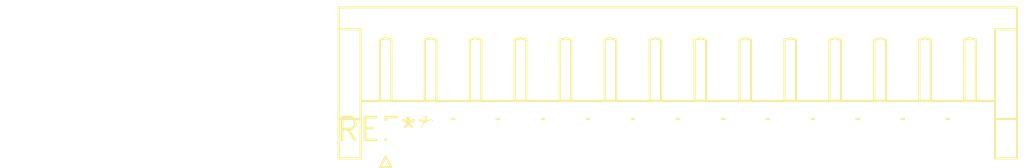
<source format=kicad_pcb>
(kicad_pcb (version 20240108) (generator pcbnew)
  (layers (0 "F.Cu" signal) (31 "B.Cu" signal) (34 "B.Paste" user) (35 "F.Paste" user) (36 "B.SilkS" user "B.Silkscreen") (37 "F.SilkS" user "F.Silkscreen") (38 "B.Mask" user) (39 "F.Mask" user) (44 "Edge.Cuts" user))
  (net 0 "")
  (footprint "JST_EH_S14B-EH_1x14_P2.50mm_Horizontal" (layer "F.Cu") (at 0 0)
    (property "Reference" "REF**")
    (property "Value" "JST_EH_S14B-EH_1x14_P2.50mm_Horizontal")
    (fp_line (start -2.61 -6.81) (end 35.11 -6.81) (layer "F.SilkS") (stroke (width 0.12)))
    (fp_line (start -2.61 -5.59) (end -1.39 -5.59) (layer "F.SilkS") (stroke (width 0.12)))
    (fp_line (start -2.61 1.61) (end -2.61 -6.81) (layer "F.SilkS") (stroke (width 0.12)))
    (fp_line (start -1.39 -5.59) (end -1.39 -0.59) (layer "F.SilkS") (stroke (width 0.12)))
    (fp_line (start -1.39 -1.59) (end 33.89 -1.59) (layer "F.SilkS") (stroke (width 0.12)))
    (fp_line (start -1.39 -0.59) (end -2.61 -0.59) (layer "F.SilkS") (stroke (width 0.12)))
    (fp_line (start -1.39 -0.59) (end -1.39 1.61) (layer "F.SilkS") (stroke (width 0.12)))
    (fp_line (start -1.39 1.61) (end -2.61 1.61) (layer "F.SilkS") (stroke (width 0.12)))
    (fp_line (start -0.32 -5.01) (end 0 -5.09) (layer "F.SilkS") (stroke (width 0.12)))
    (fp_line (start -0.32 -1.59) (end -0.32 -5.01) (layer "F.SilkS") (stroke (width 0.12)))
    (fp_line (start -0.3 2.1) (end 0.3 2.1) (layer "F.SilkS") (stroke (width 0.12)))
    (fp_line (start 0 -5.09) (end 0.32 -5.01) (layer "F.SilkS") (stroke (width 0.12)))
    (fp_line (start 0 -1.59) (end -0.32 -1.59) (layer "F.SilkS") (stroke (width 0.12)))
    (fp_line (start 0 1.5) (end -0.3 2.1) (layer "F.SilkS") (stroke (width 0.12)))
    (fp_line (start 0.3 2.1) (end 0 1.5) (layer "F.SilkS") (stroke (width 0.12)))
    (fp_line (start 0.32 -5.01) (end 0.32 -1.59) (layer "F.SilkS") (stroke (width 0.12)))
    (fp_line (start 0.32 -1.59) (end 0 -1.59) (layer "F.SilkS") (stroke (width 0.12)))
    (fp_line (start 1.17 -0.59) (end 1.33 -0.59) (layer "F.SilkS") (stroke (width 0.12)))
    (fp_line (start 2.18 -5.01) (end 2.5 -5.09) (layer "F.SilkS") (stroke (width 0.12)))
    (fp_line (start 2.18 -1.59) (end 2.18 -5.01) (layer "F.SilkS") (stroke (width 0.12)))
    (fp_line (start 2.5 -5.09) (end 2.82 -5.01) (layer "F.SilkS") (stroke (width 0.12)))
    (fp_line (start 2.5 -1.59) (end 2.18 -1.59) (layer "F.SilkS") (stroke (width 0.12)))
    (fp_line (start 2.82 -5.01) (end 2.82 -1.59) (layer "F.SilkS") (stroke (width 0.12)))
    (fp_line (start 2.82 -1.59) (end 2.5 -1.59) (layer "F.SilkS") (stroke (width 0.12)))
    (fp_line (start 3.67 -0.59) (end 3.83 -0.59) (layer "F.SilkS") (stroke (width 0.12)))
    (fp_line (start 4.68 -5.01) (end 5 -5.09) (layer "F.SilkS") (stroke (width 0.12)))
    (fp_line (start 4.68 -1.59) (end 4.68 -5.01) (layer "F.SilkS") (stroke (width 0.12)))
    (fp_line (start 5 -5.09) (end 5.32 -5.01) (layer "F.SilkS") (stroke (width 0.12)))
    (fp_line (start 5 -1.59) (end 4.68 -1.59) (layer "F.SilkS") (stroke (width 0.12)))
    (fp_line (start 5.32 -5.01) (end 5.32 -1.59) (layer "F.SilkS") (stroke (width 0.12)))
    (fp_line (start 5.32 -1.59) (end 5 -1.59) (layer "F.SilkS") (stroke (width 0.12)))
    (fp_line (start 6.17 -0.59) (end 6.33 -0.59) (layer "F.SilkS") (stroke (width 0.12)))
    (fp_line (start 7.18 -5.01) (end 7.5 -5.09) (layer "F.SilkS") (stroke (width 0.12)))
    (fp_line (start 7.18 -1.59) (end 7.18 -5.01) (layer "F.SilkS") (stroke (width 0.12)))
    (fp_line (start 7.5 -5.09) (end 7.82 -5.01) (layer "F.SilkS") (stroke (width 0.12)))
    (fp_line (start 7.5 -1.59) (end 7.18 -1.59) (layer "F.SilkS") (stroke (width 0.12)))
    (fp_line (start 7.82 -5.01) (end 7.82 -1.59) (layer "F.SilkS") (stroke (width 0.12)))
    (fp_line (start 7.82 -1.59) (end 7.5 -1.59) (layer "F.SilkS") (stroke (width 0.12)))
    (fp_line (start 8.67 -0.59) (end 8.83 -0.59) (layer "F.SilkS") (stroke (width 0.12)))
    (fp_line (start 9.68 -5.01) (end 10 -5.09) (layer "F.SilkS") (stroke (width 0.12)))
    (fp_line (start 9.68 -1.59) (end 9.68 -5.01) (layer "F.SilkS") (stroke (width 0.12)))
    (fp_line (start 10 -5.09) (end 10.32 -5.01) (layer "F.SilkS") (stroke (width 0.12)))
    (fp_line (start 10 -1.59) (end 9.68 -1.59) (layer "F.SilkS") (stroke (width 0.12)))
    (fp_line (start 10.32 -5.01) (end 10.32 -1.59) (layer "F.SilkS") (stroke (width 0.12)))
    (fp_line (start 10.32 -1.59) (end 10 -1.59) (layer "F.SilkS") (stroke (width 0.12)))
    (fp_line (start 11.17 -0.59) (end 11.33 -0.59) (layer "F.SilkS") (stroke (width 0.12)))
    (fp_line (start 12.18 -5.01) (end 12.5 -5.09) (layer "F.SilkS") (stroke (width 0.12)))
    (fp_line (start 12.18 -1.59) (end 12.18 -5.01) (layer "F.SilkS") (stroke (width 0.12)))
    (fp_line (start 12.5 -5.09) (end 12.82 -5.01) (layer "F.SilkS") (stroke (width 0.12)))
    (fp_line (start 12.5 -1.59) (end 12.18 -1.59) (layer "F.SilkS") (stroke (width 0.12)))
    (fp_line (start 12.82 -5.01) (end 12.82 -1.59) (layer "F.SilkS") (stroke (width 0.12)))
    (fp_line (start 12.82 -1.59) (end 12.5 -1.59) (layer "F.SilkS") (stroke (width 0.12)))
    (fp_line (start 13.67 -0.59) (end 13.83 -0.59) (layer "F.SilkS") (stroke (width 0.12)))
    (fp_line (start 14.68 -5.01) (end 15 -5.09) (layer "F.SilkS") (stroke (width 0.12)))
    (fp_line (start 14.68 -1.59) (end 14.68 -5.01) (layer "F.SilkS") (stroke (width 0.12)))
    (fp_line (start 15 -5.09) (end 15.32 -5.01) (layer "F.SilkS") (stroke (width 0.12)))
    (fp_line (start 15 -1.59) (end 14.68 -1.59) (layer "F.SilkS") (stroke (width 0.12)))
    (fp_line (start 15.32 -5.01) (end 15.32 -1.59) (layer "F.SilkS") (stroke (width 0.12)))
    (fp_line (start 15.32 -1.59) (end 15 -1.59) (layer "F.SilkS") (stroke (width 0.12)))
    (fp_line (start 16.17 -0.59) (end 16.33 -0.59) (layer "F.SilkS") (stroke (width 0.12)))
    (fp_line (start 17.18 -5.01) (end 17.5 -5.09) (layer "F.SilkS") (stroke (width 0.12)))
    (fp_line (start 17.18 -1.59) (end 17.18 -5.01) (layer "F.SilkS") (stroke (width 0.12)))
    (fp_line (start 17.5 -5.09) (end 17.82 -5.01) (layer "F.SilkS") (stroke (width 0.12)))
    (fp_line (start 17.5 -1.59) (end 17.18 -1.59) (layer "F.SilkS") (stroke (width 0.12)))
    (fp_line (start 17.82 -5.01) (end 17.82 -1.59) (layer "F.SilkS") (stroke (width 0.12)))
    (fp_line (start 17.82 -1.59) (end 17.5 -1.59) (layer "F.SilkS") (stroke (width 0.12)))
    (fp_line (start 18.67 -0.59) (end 18.83 -0.59) (layer "F.SilkS") (stroke (width 0.12)))
    (fp_line (start 19.68 -5.01) (end 20 -5.09) (layer "F.SilkS") (stroke (width 0.12)))
    (fp_line (start 19.68 -1.59) (end 19.68 -5.01) (layer "F.SilkS") (stroke (width 0.12)))
    (fp_line (start 20 -5.09) (end 20.32 -5.01) (layer "F.SilkS") (stroke (width 0.12)))
    (fp_line (start 20 -1.59) (end 19.68 -1.59) (layer "F.SilkS") (stroke (width 0.12)))
    (fp_line (start 20.32 -5.01) (end 20.32 -1.59) (layer "F.SilkS") (stroke (width 0.12)))
    (fp_line (start 20.32 -1.59) (end 20 -1.59) (layer "F.SilkS") (stroke (width 0.12)))
    (fp_line (start 21.17 -0.59) (end 21.33 -0.59) (layer "F.SilkS") (stroke (width 0.12)))
    (fp_line (start 22.18 -5.01) (end 22.5 -5.09) (layer "F.SilkS") (stroke (width 0.12)))
    (fp_line (start 22.18 -1.59) (end 22.18 -5.01) (layer "F.SilkS") (stroke (width 0.12)))
    (fp_line (start 22.5 -5.09) (end 22.82 -5.01) (layer "F.SilkS") (stroke (width 0.12)))
    (fp_line (start 22.5 -1.59) (end 22.18 -1.59) (layer "F.SilkS") (stroke (width 0.12)))
    (fp_line (start 22.82 -5.01) (end 22.82 -1.59) (layer "F.SilkS") (stroke (width 0.12)))
    (fp_line (start 22.82 -1.59) (end 22.5 -1.59) (layer "F.SilkS") (stroke (width 0.12)))
    (fp_line (start 23.67 -0.59) (end 23.83 -0.59) (layer "F.SilkS") (stroke (width 0.12)))
    (fp_line (start 24.68 -5.01) (end 25 -5.09) (layer "F.SilkS") (stroke (width 0.12)))
    (fp_line (start 24.68 -1.59) (end 24.68 -5.01) (layer "F.SilkS") (stroke (width 0.12)))
    (fp_line (start 25 -5.09) (end 25.32 -5.01) (layer "F.SilkS") (stroke (width 0.12)))
    (fp_line (start 25 -1.59) (end 24.68 -1.59) (layer "F.SilkS") (stroke (width 0.12)))
    (fp_line (start 25.32 -5.01) (end 25.32 -1.59) (layer "F.SilkS") (stroke (width 0.12)))
    (fp_line (start 25.32 -1.59) (end 25 -1.59) (layer "F.SilkS") (stroke (width 0.12)))
    (fp_line (start 26.17 -0.59) (end 26.33 -0.59) (layer "F.SilkS") (stroke (width 0.12)))
    (fp_line (start 27.18 -5.01) (end 27.5 -5.09) (layer "F.SilkS") (stroke (width 0.12)))
    (fp_line (start 27.18 -1.59) (end 27.18 -5.01) (layer "F.SilkS") (stroke (width 0.12)))
    (fp_line (start 27.5 -5.09) (end 27.82 -5.01) (layer "F.SilkS") (stroke (width 0.12)))
    (fp_line (start 27.5 -1.59) (end 27.18 -1.59) (layer "F.SilkS") (stroke (width 0.12)))
    (fp_line (start 27.82 -5.01) (end 27.82 -1.59) (layer "F.SilkS") (stroke (width 0.12)))
    (fp_line (start 27.82 -1.59) (end 27.5 -1.59) (layer "F.SilkS") (stroke (width 0.12)))
    (fp_line (start 28.67 -0.59) (end 28.83 -0.59) (layer "F.SilkS") (stroke (width 0.12)))
    (fp_line (start 29.68 -5.01) (end 30 -5.09) (layer "F.SilkS") (stroke (width 0.12)))
    (fp_line (start 29.68 -1.59) (end 29.68 -5.01) (layer "F.SilkS") (stroke (width 0.12)))
    (fp_line (start 30 -5.09) (end 30.32 -5.01) (layer "F.SilkS") (stroke (width 0.12)))
    (fp_line (start 30 -1.59) (end 29.68 -1.59) (layer "F.SilkS") (stroke (width 0.12)))
    (fp_line (start 30.32 -5.01) (end 30.32 -1.59) (layer "F.SilkS") (stroke (width 0.12)))
    (fp_line (start 30.32 -1.59) (end 30 -1.59) (layer "F.SilkS") (stroke (width 0.12)))
    (fp_line (start 31.17 -0.59) (end 31.33 -0.59) (layer "F.SilkS") (stroke (width 0.12)))
    (fp_line (start 32.18 -5.01) (end 32.5 -5.09) (layer "F.SilkS") (stroke (width 0.12)))
    (fp_line (start 32.18 -1.59) (end 32.18 -5.01) (layer "F.SilkS") (stroke (width 0.12)))
    (fp_line (start 32.5 -5.09) (end 32.82 -5.01) (layer "F.SilkS") (stroke (width 0.12)))
    (fp_line (start 32.5 -1.59) (end 32.18 -1.59) (layer "F.SilkS") (stroke (width 0.12)))
    (fp_line (start 32.82 -5.01) (end 32.82 -1.59) (layer "F.SilkS") (stroke (width 0.12)))
    (fp_line (start 32.82 -1.59) (end 32.5 -1.59) (layer "F.SilkS") (stroke (width 0.12)))
    (fp_line (start 33.89 -5.59) (end 33.89 -0.59) (layer "F.SilkS") (stroke (width 0.12)))
    (fp_line (start 33.89 -0.59) (end 35.11 -0.59) (layer "F.SilkS") (stroke (width 0.12)))
    (fp_line (start 33.89 1.61) (end 33.89 -0.59) (layer "F.SilkS") (stroke (width 0.12)))
    (fp_line (start 35.11 -6.81) (end 35.11 1.61) (layer "F.SilkS") (stroke (width 0.12)))
    (fp_line (start 35.11 -5.59) (end 33.89 -5.59) (layer "F.SilkS") (stroke (width 0.12)))
    (fp_line (start 35.11 1.61) (end 33.89 1.61) (layer "F.SilkS") (stroke (width 0.12)))
    (pad "1" thru_hole roundrect (at 0 0) (size 1.7 1.95) (drill 0.95) (layers *.Cu *.Mask) (remove_unused_layers) (roundrect_rratio 0.147059))
    (pad "2" thru_hole oval (at 2.5 0) (size 1.7 1.95) (drill 0.95) (layers *.Cu *.Mask) (remove_unused_layers))
    (pad "3" thru_hole oval (at 5 0) (size 1.7 1.95) (drill 0.95) (layers *.Cu *.Mask) (remove_unused_layers))
    (pad "4" thru_hole oval (at 7.5 0) (size 1.7 1.95) (drill 0.95) (layers *.Cu *.Mask) (remove_unused_layers))
    (pad "5" thru_hole oval (at 10 0) (size 1.7 1.95) (drill 0.95) (layers *.Cu *.Mask) (remove_unused_layers))
    (pad "6" thru_hole oval (at 12.5 0) (size 1.7 1.95) (drill 0.95) (layers *.Cu *.Mask) (remove_unused_layers))
    (pad "7" thru_hole oval (at 15 0) (size 1.7 1.95) (drill 0.95) (layers *.Cu *.Mask) (remove_unused_layers))
    (pad "8" thru_hole oval (at 17.5 0) (size 1.7 1.95) (drill 0.95) (layers *.Cu *.Mask) (remove_unused_layers))
    (pad "9" thru_hole oval (at 20 0) (size 1.7 1.95) (drill 0.95) (layers *.Cu *.Mask) (remove_unused_layers))
    (pad "10" thru_hole oval (at 22.5 0) (size 1.7 1.95) (drill 0.95) (layers *.Cu *.Mask) (remove_unused_layers))
    (pad "11" thru_hole oval (at 25 0) (size 1.7 1.95) (drill 0.95) (layers *.Cu *.Mask) (remove_unused_layers))
    (pad "12" thru_hole oval (at 27.5 0) (size 1.7 1.95) (drill 0.95) (layers *.Cu *.Mask) (remove_unused_layers))
    (pad "13" thru_hole oval (at 30 0) (size 1.7 1.95) (drill 0.95) (layers *.Cu *.Mask) (remove_unused_layers))
    (pad "14" thru_hole oval (at 32.5 0) (size 1.7 1.95) (drill 0.95) (layers *.Cu *.Mask) (remove_unused_layers))
  )
)
</source>
